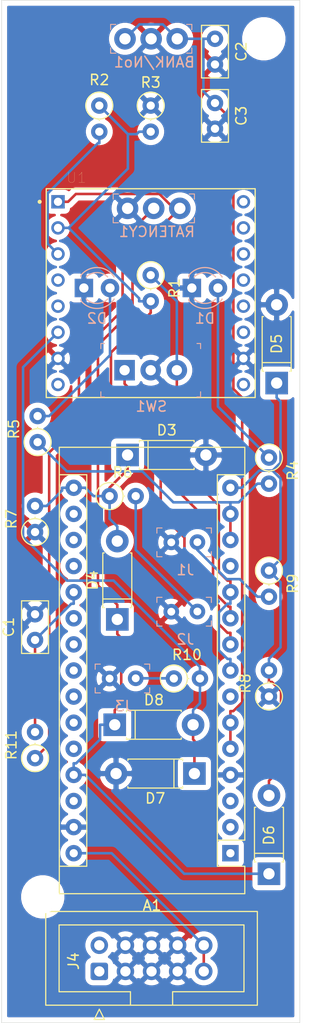
<source format=kicad_pcb>
(kicad_pcb (version 20171130) (host pcbnew "(5.1.9)-1")
  (layers (0 F.Cu signal) (31 B.Cu signal) (34 B.Paste user) (35 F.Paste user) (36 B.SilkS user) (37 F.SilkS user) (38 B.Mask user) (39 F.Mask user) (44 Edge.Cuts user))
  (net 0 "")
  (net 1 "Net-(A1-Pad20)")
  (net 2 GND)
  (net 3 "Net-(A1-Pad5)")
  (net 4 "Net-(A1-Pad30)")
  (net 5 "Net-(J4-Pad2)")
  (net 6 "Net-(J4-Pad1)")
  (net 7 "Net-(A1-Pad11)")
  (net 8 "Net-(A1-Pad9)")
  (net 9 "Net-(R2-Pad2)")
  (net 10 "Net-(D1-Pad2)")
  (net 11 "Net-(A1-Pad13)")
  (net 12 "Net-(D2-Pad2)")
  (net 13 "Net-(A1-Pad16)")
  (net 14 "Net-(J2-PadT)")
  (net 15 "Net-(A1-Pad15)")
  (net 16 "Net-(J1-PadT)")
  (net 17 "Net-(J3-PadT)")
  (net 18 "Net-(D7-Pad1)")
  (net 19 "Net-(R11-Pad1)")
  (net 20 "Net-(A1-Pad1)")
  (net 21 "Net-(A1-Pad17)")
  (net 22 "Net-(A1-Pad2)")
  (net 23 "Net-(A1-Pad18)")
  (net 24 "Net-(A1-Pad3)")
  (net 25 "Net-(A1-Pad19)")
  (net 26 "Net-(A1-Pad21)")
  (net 27 "Net-(A1-Pad22)")
  (net 28 "Net-(A1-Pad7)")
  (net 29 "Net-(A1-Pad23)")
  (net 30 "Net-(A1-Pad24)")
  (net 31 "Net-(A1-Pad25)")
  (net 32 "Net-(A1-Pad10)")
  (net 33 "Net-(A1-Pad26)")
  (net 34 5V)
  (net 35 "Net-(A1-Pad12)")
  (net 36 "Net-(A1-Pad28)")
  (net 37 "Net-(U1-Pad9)")
  (net 38 "Net-(U1-Pad8)")
  (net 39 "Net-(U1-Pad16)")
  (net 40 "Net-(U1-Pad15)")
  (net 41 "Net-(U1-Pad11)")
  (net 42 "Net-(U1-Pad14)")
  (net 43 "Net-(U1-Pad12)")
  (net 44 "Net-(U1-Pad13)")
  (net 45 "Net-(U1-Pad5)")
  (net 46 "Net-(U1-Pad4)")
  (module MountingHole:MountingHole_3.2mm_M3 (layer F.Cu) (at 100.5 39.25)
    (fp_text reference H6 hide)
    (fp_text value MountingHole hide)
    (pad 1 np_thru_hole circle (at 0 0) (size 3.2 3.2) (drill 3.2) (layers *.Cu *.Mask))
  )
  (module MountingHole:MountingHole_3.2mm_M3 (layer F.Cu) (at 79 122.75)
    (fp_text reference H7 hide)
    (fp_text value MountingHole hide)
    (pad 1 np_thru_hole circle (at 0 0) (size 3.2 3.2) (drill 3.2) (layers *.Cu *.Mask))
  )
  (module digikey-footprints:Switch_Toggle_ATE1D-2M3-10-Z (layer B.Cu) (at 89.5 71.5)
    (fp_text reference SW1 (at 0.06 3.53) (layer B.SilkS) (effects (justify mirror)))
    (fp_text value "ON OFF ON")
    (fp_line (start -4.85 -2.6) (end -4.85 -2.1) (layer B.SilkS) (width 0.1))
    (fp_line (start -4.85 -2.6) (end -4.5 -2.6) (layer B.SilkS) (width 0.1))
    (fp_line (start 4.85 -2.6) (end 4.5 -2.6) (layer B.SilkS) (width 0.1))
    (fp_line (start 4.85 -2.6) (end 4.85 -2.1) (layer B.SilkS) (width 0.1))
    (fp_line (start 4.85 2.6) (end 4.85 2.1) (layer B.SilkS) (width 0.1))
    (fp_line (start 4.85 2.6) (end 4.5 2.6) (layer B.SilkS) (width 0.1))
    (fp_line (start -4.85 2.6) (end -4.85 2.1) (layer B.SilkS) (width 0.1))
    (fp_line (start -4.85 2.6) (end -4.5 2.6) (layer B.SilkS) (width 0.1))
    (pad 3 thru_hole circle (at 2.54 0) (size 2 2) (drill 1) (layers *.Cu *.Mask) (net 7 "Net-(A1-Pad11)"))
    (pad 2 thru_hole circle (at 0 0) (size 2 2) (drill 1) (layers *.Cu *.Mask) (net 2 GND))
    (pad 1 thru_hole rect (at -2.54 0) (size 2 2) (drill 1) (layers *.Cu *.Mask) (net 32 "Net-(A1-Pad10)"))
  )
  (module Modul_DFR0299:MODULE_DFR0299 (layer F.Cu) (at 89.5 64)
    (fp_text reference U1 (at -7.225 -11.235) (layer F.SilkS) (effects (font (thickness 0.015))))
    (fp_text value DFR0299)
    (fp_line (start -10.16 10.16) (end -10.16 -10.16) (layer F.SilkS) (width 0.127))
    (fp_line (start -10.16 -10.16) (end 10.16 -10.16) (layer F.SilkS) (width 0.127))
    (fp_line (start 10.16 -10.16) (end 10.16 10.16) (layer F.SilkS) (width 0.127))
    (fp_line (start 10.16 10.16) (end -10.16 10.16) (layer F.SilkS) (width 0.127))
    (fp_circle (center -10.8 -8.89) (end -10.7 -8.89) (layer F.SilkS) (width 0.2))
    (pad 9 thru_hole circle (at 9.017 8.89) (size 1.308 1.308) (drill 0.8) (layers *.Cu *.Mask) (net 37 "Net-(U1-Pad9)"))
    (pad 8 thru_hole circle (at -9.017 8.89) (size 1.308 1.308) (drill 0.8) (layers *.Cu *.Mask) (net 38 "Net-(U1-Pad8)"))
    (pad 16 thru_hole circle (at 9.017 -8.89) (size 1.308 1.308) (drill 0.8) (layers *.Cu *.Mask) (net 39 "Net-(U1-Pad16)"))
    (pad 1 thru_hole rect (at -9.017 -8.89) (size 1.308 1.308) (drill 0.8) (layers *.Cu *.Mask) (net 34 5V))
    (pad 10 thru_hole circle (at 9.017 6.35) (size 1.308 1.308) (drill 0.8) (layers *.Cu *.Mask) (net 2 GND))
    (pad 7 thru_hole circle (at -9.017 6.35) (size 1.308 1.308) (drill 0.8) (layers *.Cu *.Mask) (net 2 GND))
    (pad 15 thru_hole circle (at 9.017 -6.35) (size 1.308 1.308) (drill 0.8) (layers *.Cu *.Mask) (net 40 "Net-(U1-Pad15)"))
    (pad 2 thru_hole circle (at -9.017 -6.35) (size 1.308 1.308) (drill 0.8) (layers *.Cu *.Mask) (net 8 "Net-(A1-Pad9)"))
    (pad 11 thru_hole circle (at 9.017 3.81) (size 1.308 1.308) (drill 0.8) (layers *.Cu *.Mask) (net 41 "Net-(U1-Pad11)"))
    (pad 14 thru_hole circle (at 9.017 -3.81) (size 1.308 1.308) (drill 0.8) (layers *.Cu *.Mask) (net 42 "Net-(U1-Pad14)"))
    (pad 3 thru_hole circle (at -9.017 -3.81) (size 1.308 1.308) (drill 0.8) (layers *.Cu *.Mask) (net 9 "Net-(R2-Pad2)"))
    (pad 6 thru_hole circle (at -9.017 3.81) (size 1.308 1.308) (drill 0.8) (layers *.Cu *.Mask) (net 18 "Net-(D7-Pad1)"))
    (pad 12 thru_hole circle (at 9.017 1.27) (size 1.308 1.308) (drill 0.8) (layers *.Cu *.Mask) (net 43 "Net-(U1-Pad12)"))
    (pad 13 thru_hole circle (at 9.017 -1.27) (size 1.308 1.308) (drill 0.8) (layers *.Cu *.Mask) (net 44 "Net-(U1-Pad13)"))
    (pad 5 thru_hole circle (at -9.017 1.27) (size 1.308 1.308) (drill 0.8) (layers *.Cu *.Mask) (net 45 "Net-(U1-Pad5)"))
    (pad 4 thru_hole circle (at -9.017 -1.27) (size 1.308 1.308) (drill 0.8) (layers *.Cu *.Mask) (net 46 "Net-(U1-Pad4)"))
  )
  (module digikey-footprints:PinHeader_1x3_P2.54_Drill1.1mm (layer B.Cu) (at 87.25 55.75)
    (fp_text reference RATENCY1 (at 2.85 2.28) (layer B.SilkS) (effects (justify mirror)))
    (fp_text value 100k)
    (fp_line (start 6.5 -1.4) (end 6.5 -0.9) (layer B.SilkS) (width 0.1))
    (fp_line (start 6.5 -1.4) (end 6 -1.4) (layer B.SilkS) (width 0.1))
    (fp_line (start -1.4 -1.4) (end -0.9 -1.4) (layer B.SilkS) (width 0.1))
    (fp_line (start -1.4 -1.4) (end -1.4 -0.9) (layer B.SilkS) (width 0.1))
    (fp_line (start -1.4 1.4) (end -1.4 0.9) (layer B.SilkS) (width 0.1))
    (fp_line (start -1.4 1.4) (end -0.9 1.4) (layer B.SilkS) (width 0.1))
    (fp_line (start 6.5 1.4) (end 6.5 0.9) (layer B.SilkS) (width 0.1))
    (fp_line (start 6.5 1.4) (end 6 1.4) (layer B.SilkS) (width 0.1))
    (pad 3 thru_hole circle (at 5.08 0) (size 2.1 2.1) (drill 1.1) (layers *.Cu *.Mask) (net 34 5V))
    (pad 2 thru_hole circle (at 2.54 0) (size 2.1 2.1) (drill 1.1) (layers *.Cu *.Mask) (net 19 "Net-(R11-Pad1)"))
    (pad 1 thru_hole circle (at 0 0) (size 2.1 2.1) (drill 1.1) (layers *.Cu *.Mask) (net 2 GND))
  )
  (module Diodes_THT:D_DO-41_SOD81_P7.62mm_Horizontal (layer F.Cu) (at 86 106)
    (fp_text reference D8 (at 3.81 -2.41) (layer F.SilkS))
    (fp_text value D_Schottky)
    (fp_line (start 1.99 -1.41) (end 1.99 1.41) (layer F.SilkS) (width 0.12))
    (fp_line (start 6.47 1.41) (end 6.47 1.28) (layer F.SilkS) (width 0.12))
    (fp_line (start 1.15 1.41) (end 6.47 1.41) (layer F.SilkS) (width 0.12))
    (fp_line (start 1.15 1.28) (end 1.15 1.41) (layer F.SilkS) (width 0.12))
    (fp_line (start 6.47 -1.41) (end 6.47 -1.28) (layer F.SilkS) (width 0.12))
    (fp_line (start 1.15 -1.41) (end 6.47 -1.41) (layer F.SilkS) (width 0.12))
    (fp_line (start 1.15 -1.28) (end 1.15 -1.41) (layer F.SilkS) (width 0.12))
    (pad 1 thru_hole rect (at 0 0) (size 2.2 2.2) (drill 1.1) (layers *.Cu *.Mask) (net 34 5V))
    (pad 2 thru_hole oval (at 7.62 0) (size 2.2 2.2) (drill 1.1) (layers *.Cu *.Mask) (net 18 "Net-(D7-Pad1)"))
  )
  (module Diodes_THT:D_DO-41_SOD81_P7.62mm_Horizontal (layer F.Cu) (at 93.75 110.75 180)
    (fp_text reference D7 (at 3.81 -2.41) (layer F.SilkS))
    (fp_text value D_Schottky)
    (fp_line (start 1.99 -1.41) (end 1.99 1.41) (layer F.SilkS) (width 0.12))
    (fp_line (start 6.47 1.41) (end 6.47 1.28) (layer F.SilkS) (width 0.12))
    (fp_line (start 1.15 1.41) (end 6.47 1.41) (layer F.SilkS) (width 0.12))
    (fp_line (start 1.15 1.28) (end 1.15 1.41) (layer F.SilkS) (width 0.12))
    (fp_line (start 6.47 -1.41) (end 6.47 -1.28) (layer F.SilkS) (width 0.12))
    (fp_line (start 1.15 -1.41) (end 6.47 -1.41) (layer F.SilkS) (width 0.12))
    (fp_line (start 1.15 -1.28) (end 1.15 -1.41) (layer F.SilkS) (width 0.12))
    (pad 1 thru_hole rect (at 0 0 180) (size 2.2 2.2) (drill 1.1) (layers *.Cu *.Mask) (net 18 "Net-(D7-Pad1)"))
    (pad 2 thru_hole oval (at 7.62 0 180) (size 2.2 2.2) (drill 1.1) (layers *.Cu *.Mask) (net 2 GND))
  )
  (module Diodes_THT:D_DO-41_SOD81_P7.62mm_Horizontal (layer F.Cu) (at 101 120.5 90)
    (fp_text reference D6 (at 3.75 0 90) (layer F.SilkS))
    (fp_text value D_Schottky)
    (fp_line (start 1.99 -1.41) (end 1.99 1.41) (layer F.SilkS) (width 0.12))
    (fp_line (start 6.47 1.41) (end 6.47 1.28) (layer F.SilkS) (width 0.12))
    (fp_line (start 1.15 1.41) (end 6.47 1.41) (layer F.SilkS) (width 0.12))
    (fp_line (start 1.15 1.28) (end 1.15 1.41) (layer F.SilkS) (width 0.12))
    (fp_line (start 6.47 -1.41) (end 6.47 -1.28) (layer F.SilkS) (width 0.12))
    (fp_line (start 1.15 -1.41) (end 6.47 -1.41) (layer F.SilkS) (width 0.12))
    (fp_line (start 1.15 -1.28) (end 1.15 -1.41) (layer F.SilkS) (width 0.12))
    (pad 1 thru_hole rect (at 0 0 90) (size 2.2 2.2) (drill 1.1) (layers *.Cu *.Mask) (net 34 5V))
    (pad 2 thru_hole oval (at 7.62 0 90) (size 2.2 2.2) (drill 1.1) (layers *.Cu *.Mask) (net 15 "Net-(A1-Pad15)"))
  )
  (module Diodes_THT:D_DO-41_SOD81_P7.62mm_Horizontal (layer F.Cu) (at 101.75 72.75 90)
    (fp_text reference D5 (at 3.81 0 90) (layer F.SilkS))
    (fp_text value D_Schottky)
    (fp_line (start 1.99 -1.41) (end 1.99 1.41) (layer F.SilkS) (width 0.12))
    (fp_line (start 6.47 1.41) (end 6.47 1.28) (layer F.SilkS) (width 0.12))
    (fp_line (start 1.15 1.41) (end 6.47 1.41) (layer F.SilkS) (width 0.12))
    (fp_line (start 1.15 1.28) (end 1.15 1.41) (layer F.SilkS) (width 0.12))
    (fp_line (start 6.47 -1.41) (end 6.47 -1.28) (layer F.SilkS) (width 0.12))
    (fp_line (start 1.15 -1.41) (end 6.47 -1.41) (layer F.SilkS) (width 0.12))
    (fp_line (start 1.15 -1.28) (end 1.15 -1.41) (layer F.SilkS) (width 0.12))
    (pad 1 thru_hole rect (at 0 0 90) (size 2.2 2.2) (drill 1.1) (layers *.Cu *.Mask) (net 15 "Net-(A1-Pad15)"))
    (pad 2 thru_hole oval (at 7.62 0 90) (size 2.2 2.2) (drill 1.1) (layers *.Cu *.Mask) (net 2 GND))
  )
  (module Diodes_THT:D_DO-41_SOD81_P7.62mm_Horizontal (layer F.Cu) (at 86.25 95.75 90)
    (fp_text reference D4 (at 3.81 -2.41 90) (layer F.SilkS))
    (fp_text value D_Schottky)
    (fp_line (start 1.99 -1.41) (end 1.99 1.41) (layer F.SilkS) (width 0.12))
    (fp_line (start 6.47 1.41) (end 6.47 1.28) (layer F.SilkS) (width 0.12))
    (fp_line (start 1.15 1.41) (end 6.47 1.41) (layer F.SilkS) (width 0.12))
    (fp_line (start 1.15 1.28) (end 1.15 1.41) (layer F.SilkS) (width 0.12))
    (fp_line (start 6.47 -1.41) (end 6.47 -1.28) (layer F.SilkS) (width 0.12))
    (fp_line (start 1.15 -1.41) (end 6.47 -1.41) (layer F.SilkS) (width 0.12))
    (fp_line (start 1.15 -1.28) (end 1.15 -1.41) (layer F.SilkS) (width 0.12))
    (pad 1 thru_hole rect (at 0 0 90) (size 2.2 2.2) (drill 1.1) (layers *.Cu *.Mask) (net 34 5V))
    (pad 2 thru_hole oval (at 7.62 0 90) (size 2.2 2.2) (drill 1.1) (layers *.Cu *.Mask) (net 13 "Net-(A1-Pad16)"))
  )
  (module Diodes_THT:D_DO-41_SOD81_P7.62mm_Horizontal (layer F.Cu) (at 87.25 79.75)
    (fp_text reference D3 (at 3.81 -2.41) (layer F.SilkS))
    (fp_text value D_Schottky)
    (fp_line (start 1.99 -1.41) (end 1.99 1.41) (layer F.SilkS) (width 0.12))
    (fp_line (start 6.47 1.41) (end 6.47 1.28) (layer F.SilkS) (width 0.12))
    (fp_line (start 1.15 1.41) (end 6.47 1.41) (layer F.SilkS) (width 0.12))
    (fp_line (start 1.15 1.28) (end 1.15 1.41) (layer F.SilkS) (width 0.12))
    (fp_line (start 6.47 -1.41) (end 6.47 -1.28) (layer F.SilkS) (width 0.12))
    (fp_line (start 1.15 -1.41) (end 6.47 -1.41) (layer F.SilkS) (width 0.12))
    (fp_line (start 1.15 -1.28) (end 1.15 -1.41) (layer F.SilkS) (width 0.12))
    (pad 1 thru_hole rect (at 0 0) (size 2.2 2.2) (drill 1.1) (layers *.Cu *.Mask) (net 13 "Net-(A1-Pad16)"))
    (pad 2 thru_hole oval (at 7.62 0) (size 2.2 2.2) (drill 1.1) (layers *.Cu *.Mask) (net 2 GND))
  )
  (module LEDs:LED_D3.0mm (layer B.Cu) (at 83 63.5)
    (fp_text reference D2 (at 1.27 2.96) (layer B.SilkS) (effects (justify mirror)))
    (fp_text value "LED NO.")
    (fp_line (start -0.29 -1.08) (end -0.29 -1.236) (layer B.SilkS) (width 0.12))
    (fp_line (start -0.29 1.236) (end -0.29 1.08) (layer B.SilkS) (width 0.12))
    (fp_arc (start 1.27 0) (end -0.29 1.235516) (angle -108.8) (layer B.SilkS) (width 0.12))
    (fp_arc (start 1.27 0) (end -0.29 -1.235516) (angle 108.8) (layer B.SilkS) (width 0.12))
    (fp_arc (start 1.27 0) (end 0.229039 1.08) (angle -87.9) (layer B.SilkS) (width 0.12))
    (fp_arc (start 1.27 0) (end 0.229039 -1.08) (angle 87.9) (layer B.SilkS) (width 0.12))
    (pad 1 thru_hole rect (at 0 0) (size 1.8 1.8) (drill 0.9) (layers *.Cu *.Mask) (net 2 GND))
    (pad 2 thru_hole circle (at 2.54 0) (size 1.8 1.8) (drill 0.9) (layers *.Cu *.Mask) (net 12 "Net-(D2-Pad2)"))
  )
  (module LEDs:LED_D3.0mm (layer B.Cu) (at 93.5 63.5)
    (fp_text reference D1 (at 1.27 2.96) (layer B.SilkS) (effects (justify mirror)))
    (fp_text value "LED BANK")
    (fp_line (start -0.29 -1.08) (end -0.29 -1.236) (layer B.SilkS) (width 0.12))
    (fp_line (start -0.29 1.236) (end -0.29 1.08) (layer B.SilkS) (width 0.12))
    (fp_arc (start 1.27 0) (end -0.29 1.235516) (angle -108.8) (layer B.SilkS) (width 0.12))
    (fp_arc (start 1.27 0) (end -0.29 -1.235516) (angle 108.8) (layer B.SilkS) (width 0.12))
    (fp_arc (start 1.27 0) (end 0.229039 1.08) (angle -87.9) (layer B.SilkS) (width 0.12))
    (fp_arc (start 1.27 0) (end 0.229039 -1.08) (angle 87.9) (layer B.SilkS) (width 0.12))
    (pad 1 thru_hole rect (at 0 0) (size 1.8 1.8) (drill 0.9) (layers *.Cu *.Mask) (net 2 GND))
    (pad 2 thru_hole circle (at 2.54 0) (size 1.8 1.8) (drill 0.9) (layers *.Cu *.Mask) (net 10 "Net-(D1-Pad2)"))
  )
  (module digikey-footprints:PinHeader_1x3_P2.54_Drill1.1mm (layer B.Cu) (at 87 39.25)
    (fp_text reference BANK/No1 (at 2.85 2.28) (layer B.SilkS) (effects (justify mirror)))
    (fp_text value Rotary_Encoder)
    (fp_line (start 6.5 -1.4) (end 6.5 -0.9) (layer B.SilkS) (width 0.1))
    (fp_line (start 6.5 -1.4) (end 6 -1.4) (layer B.SilkS) (width 0.1))
    (fp_line (start -1.4 -1.4) (end -0.9 -1.4) (layer B.SilkS) (width 0.1))
    (fp_line (start -1.4 -1.4) (end -1.4 -0.9) (layer B.SilkS) (width 0.1))
    (fp_line (start -1.4 1.4) (end -1.4 0.9) (layer B.SilkS) (width 0.1))
    (fp_line (start -1.4 1.4) (end -0.9 1.4) (layer B.SilkS) (width 0.1))
    (fp_line (start 6.5 1.4) (end 6.5 0.9) (layer B.SilkS) (width 0.1))
    (fp_line (start 6.5 1.4) (end 6 1.4) (layer B.SilkS) (width 0.1))
    (pad 3 thru_hole circle (at 5.08 0) (size 2.1 2.1) (drill 1.1) (layers *.Cu *.Mask) (net 3 "Net-(A1-Pad5)"))
    (pad 2 thru_hole circle (at 2.54 0) (size 2.1 2.1) (drill 1.1) (layers *.Cu *.Mask) (net 2 GND))
    (pad 1 thru_hole circle (at 0 0) (size 2.1 2.1) (drill 1.1) (layers *.Cu *.Mask) (net 3 "Net-(A1-Pad5)"))
  )
  (module Modules:Arduino_Nano (layer F.Cu) (at 97.25 118.5 180)
    (fp_text reference A1 (at 7.62 -5.08) (layer F.SilkS))
    (fp_text value Arduino_Nano_v3.x)
    (fp_line (start 16.64 -3.94) (end -1.4 -3.94) (layer F.SilkS) (width 0.12))
    (fp_line (start 16.64 39.5) (end 16.64 -3.94) (layer F.SilkS) (width 0.12))
    (fp_line (start -1.4 39.5) (end 16.64 39.5) (layer F.SilkS) (width 0.12))
    (fp_line (start 1.27 36.83) (end -1.4 36.83) (layer F.SilkS) (width 0.12))
    (fp_line (start 1.27 1.27) (end 1.27 36.83) (layer F.SilkS) (width 0.12))
    (fp_line (start 1.27 1.27) (end -1.4 1.27) (layer F.SilkS) (width 0.12))
    (fp_line (start 13.97 36.83) (end 16.64 36.83) (layer F.SilkS) (width 0.12))
    (fp_line (start 13.97 -1.27) (end 13.97 36.83) (layer F.SilkS) (width 0.12))
    (fp_line (start 13.97 -1.27) (end 16.64 -1.27) (layer F.SilkS) (width 0.12))
    (fp_line (start -1.4 -3.94) (end -1.4 -1.27) (layer F.SilkS) (width 0.12))
    (fp_line (start -1.4 1.27) (end -1.4 39.5) (layer F.SilkS) (width 0.12))
    (fp_line (start 1.27 -1.27) (end -1.4 -1.27) (layer F.SilkS) (width 0.12))
    (fp_line (start 1.27 1.27) (end 1.27 -1.27) (layer F.SilkS) (width 0.12))
    (pad 1 thru_hole rect (at 0 0 180) (size 1.6 1.6) (drill 0.8) (layers *.Cu *.Mask) (net 20 "Net-(A1-Pad1)"))
    (pad 17 thru_hole oval (at 15.24 33.02 180) (size 1.6 1.6) (drill 0.8) (layers *.Cu *.Mask) (net 21 "Net-(A1-Pad17)"))
    (pad 2 thru_hole oval (at 0 2.54 180) (size 1.6 1.6) (drill 0.8) (layers *.Cu *.Mask) (net 22 "Net-(A1-Pad2)"))
    (pad 18 thru_hole oval (at 15.24 30.48 180) (size 1.6 1.6) (drill 0.8) (layers *.Cu *.Mask) (net 23 "Net-(A1-Pad18)"))
    (pad 3 thru_hole oval (at 0 5.08 180) (size 1.6 1.6) (drill 0.8) (layers *.Cu *.Mask) (net 24 "Net-(A1-Pad3)"))
    (pad 19 thru_hole oval (at 15.24 27.94 180) (size 1.6 1.6) (drill 0.8) (layers *.Cu *.Mask) (net 25 "Net-(A1-Pad19)"))
    (pad 4 thru_hole oval (at 0 7.62 180) (size 1.6 1.6) (drill 0.8) (layers *.Cu *.Mask) (net 2 GND))
    (pad 20 thru_hole oval (at 15.24 25.4 180) (size 1.6 1.6) (drill 0.8) (layers *.Cu *.Mask) (net 1 "Net-(A1-Pad20)"))
    (pad 5 thru_hole oval (at 0 10.16 180) (size 1.6 1.6) (drill 0.8) (layers *.Cu *.Mask) (net 3 "Net-(A1-Pad5)"))
    (pad 21 thru_hole oval (at 15.24 22.86 180) (size 1.6 1.6) (drill 0.8) (layers *.Cu *.Mask) (net 26 "Net-(A1-Pad21)"))
    (pad 6 thru_hole oval (at 0 12.7 180) (size 1.6 1.6) (drill 0.8) (layers *.Cu *.Mask) (net 3 "Net-(A1-Pad5)"))
    (pad 22 thru_hole oval (at 15.24 20.32 180) (size 1.6 1.6) (drill 0.8) (layers *.Cu *.Mask) (net 27 "Net-(A1-Pad22)"))
    (pad 7 thru_hole oval (at 0 15.24 180) (size 1.6 1.6) (drill 0.8) (layers *.Cu *.Mask) (net 28 "Net-(A1-Pad7)"))
    (pad 23 thru_hole oval (at 15.24 17.78 180) (size 1.6 1.6) (drill 0.8) (layers *.Cu *.Mask) (net 29 "Net-(A1-Pad23)"))
    (pad 8 thru_hole oval (at 0 17.78 180) (size 1.6 1.6) (drill 0.8) (layers *.Cu *.Mask) (net 7 "Net-(A1-Pad11)"))
    (pad 24 thru_hole oval (at 15.24 15.24 180) (size 1.6 1.6) (drill 0.8) (layers *.Cu *.Mask) (net 30 "Net-(A1-Pad24)"))
    (pad 9 thru_hole oval (at 0 20.32 180) (size 1.6 1.6) (drill 0.8) (layers *.Cu *.Mask) (net 8 "Net-(A1-Pad9)"))
    (pad 25 thru_hole oval (at 15.24 12.7 180) (size 1.6 1.6) (drill 0.8) (layers *.Cu *.Mask) (net 31 "Net-(A1-Pad25)"))
    (pad 10 thru_hole oval (at 0 22.86 180) (size 1.6 1.6) (drill 0.8) (layers *.Cu *.Mask) (net 32 "Net-(A1-Pad10)"))
    (pad 26 thru_hole oval (at 15.24 10.16 180) (size 1.6 1.6) (drill 0.8) (layers *.Cu *.Mask) (net 33 "Net-(A1-Pad26)"))
    (pad 11 thru_hole oval (at 0 25.4 180) (size 1.6 1.6) (drill 0.8) (layers *.Cu *.Mask) (net 7 "Net-(A1-Pad11)"))
    (pad 27 thru_hole oval (at 15.24 7.62 180) (size 1.6 1.6) (drill 0.8) (layers *.Cu *.Mask) (net 34 5V))
    (pad 12 thru_hole oval (at 0 27.94 180) (size 1.6 1.6) (drill 0.8) (layers *.Cu *.Mask) (net 35 "Net-(A1-Pad12)"))
    (pad 28 thru_hole oval (at 15.24 5.08 180) (size 1.6 1.6) (drill 0.8) (layers *.Cu *.Mask) (net 36 "Net-(A1-Pad28)"))
    (pad 13 thru_hole oval (at 0 30.48 180) (size 1.6 1.6) (drill 0.8) (layers *.Cu *.Mask) (net 11 "Net-(A1-Pad13)"))
    (pad 29 thru_hole oval (at 15.24 2.54 180) (size 1.6 1.6) (drill 0.8) (layers *.Cu *.Mask) (net 2 GND))
    (pad 14 thru_hole oval (at 0 33.02 180) (size 1.6 1.6) (drill 0.8) (layers *.Cu *.Mask) (net 11 "Net-(A1-Pad13)"))
    (pad 30 thru_hole oval (at 15.24 0 180) (size 1.6 1.6) (drill 0.8) (layers *.Cu *.Mask) (net 4 "Net-(A1-Pad30)"))
    (pad 15 thru_hole oval (at 0 35.56 180) (size 1.6 1.6) (drill 0.8) (layers *.Cu *.Mask) (net 15 "Net-(A1-Pad15)"))
    (pad 16 thru_hole oval (at 15.24 35.56 180) (size 1.6 1.6) (drill 0.8) (layers *.Cu *.Mask) (net 13 "Net-(A1-Pad16)"))
  )
  (module Resistors_THT:R_Axial_DIN0207_L6.3mm_D2.5mm_P2.54mm_Vertical (layer F.Cu) (at 78.25 109.25 90)
    (fp_text reference R11 (at 1.27 -2.31 90) (layer F.SilkS))
    (fp_text value 1k)
    (fp_line (start 1.31 0) (end 1.44 0) (layer F.SilkS) (width 0.12))
    (fp_circle (center 0 0) (end 1.31 0) (layer F.SilkS) (width 0.12))
    (pad 1 thru_hole circle (at 0 0 90) (size 1.6 1.6) (drill 0.8) (layers *.Cu *.Mask) (net 19 "Net-(R11-Pad1)"))
    (pad 2 thru_hole oval (at 2.54 0 90) (size 1.6 1.6) (drill 0.8) (layers *.Cu *.Mask) (net 1 "Net-(A1-Pad20)"))
  )
  (module Resistors_THT:R_Axial_DIN0207_L6.3mm_D2.5mm_P2.54mm_Vertical (layer F.Cu) (at 91.75 101.5)
    (fp_text reference R10 (at 1.27 -2.31) (layer F.SilkS))
    (fp_text value 550R)
    (fp_line (start 1.31 0) (end 1.44 0) (layer F.SilkS) (width 0.12))
    (fp_circle (center 0 0) (end 1.31 0) (layer F.SilkS) (width 0.12))
    (pad 1 thru_hole circle (at 0 0) (size 1.6 1.6) (drill 0.8) (layers *.Cu *.Mask) (net 17 "Net-(J3-PadT)"))
    (pad 2 thru_hole oval (at 2.54 0) (size 1.6 1.6) (drill 0.8) (layers *.Cu *.Mask) (net 18 "Net-(D7-Pad1)"))
  )
  (module Resistors_THT:R_Axial_DIN0207_L6.3mm_D2.5mm_P2.54mm_Vertical (layer F.Cu) (at 101 91 270)
    (fp_text reference R9 (at 1.27 -2.31 90) (layer F.SilkS))
    (fp_text value 1k)
    (fp_line (start 1.31 0) (end 1.44 0) (layer F.SilkS) (width 0.12))
    (fp_circle (center 0 0) (end 1.31 0) (layer F.SilkS) (width 0.12))
    (pad 1 thru_hole circle (at 0 0 270) (size 1.6 1.6) (drill 0.8) (layers *.Cu *.Mask) (net 15 "Net-(A1-Pad15)"))
    (pad 2 thru_hole oval (at 2.54 0 270) (size 1.6 1.6) (drill 0.8) (layers *.Cu *.Mask) (net 16 "Net-(J1-PadT)"))
  )
  (module Resistors_THT:R_Axial_DIN0207_L6.3mm_D2.5mm_P2.54mm_Vertical (layer F.Cu) (at 101 103.25 90)
    (fp_text reference R8 (at 1.27 -2.31 90) (layer F.SilkS))
    (fp_text value 1k)
    (fp_line (start 1.31 0) (end 1.44 0) (layer F.SilkS) (width 0.12))
    (fp_circle (center 0 0) (end 1.31 0) (layer F.SilkS) (width 0.12))
    (pad 1 thru_hole circle (at 0 0 90) (size 1.6 1.6) (drill 0.8) (layers *.Cu *.Mask) (net 2 GND))
    (pad 2 thru_hole oval (at 2.54 0 90) (size 1.6 1.6) (drill 0.8) (layers *.Cu *.Mask) (net 15 "Net-(A1-Pad15)"))
  )
  (module Resistors_THT:R_Axial_DIN0207_L6.3mm_D2.5mm_P2.54mm_Vertical (layer F.Cu) (at 78.25 87.25 90)
    (fp_text reference R7 (at 1.27 -2.31 90) (layer F.SilkS))
    (fp_text value 1k)
    (fp_line (start 1.31 0) (end 1.44 0) (layer F.SilkS) (width 0.12))
    (fp_circle (center 0 0) (end 1.31 0) (layer F.SilkS) (width 0.12))
    (pad 1 thru_hole circle (at 0 0 90) (size 1.6 1.6) (drill 0.8) (layers *.Cu *.Mask) (net 2 GND))
    (pad 2 thru_hole oval (at 2.54 0 90) (size 1.6 1.6) (drill 0.8) (layers *.Cu *.Mask) (net 13 "Net-(A1-Pad16)"))
  )
  (module Resistors_THT:R_Axial_DIN0207_L6.3mm_D2.5mm_P2.54mm_Vertical (layer F.Cu) (at 85.5 83.75)
    (fp_text reference R6 (at 1.27 -2.31) (layer F.SilkS))
    (fp_text value 1k)
    (fp_line (start 1.31 0) (end 1.44 0) (layer F.SilkS) (width 0.12))
    (fp_circle (center 0 0) (end 1.31 0) (layer F.SilkS) (width 0.12))
    (pad 1 thru_hole circle (at 0 0) (size 1.6 1.6) (drill 0.8) (layers *.Cu *.Mask) (net 13 "Net-(A1-Pad16)"))
    (pad 2 thru_hole oval (at 2.54 0) (size 1.6 1.6) (drill 0.8) (layers *.Cu *.Mask) (net 14 "Net-(J2-PadT)"))
  )
  (module Resistors_THT:R_Axial_DIN0207_L6.3mm_D2.5mm_P2.54mm_Vertical (layer F.Cu) (at 78.5 78.5 90)
    (fp_text reference R5 (at 1.27 -2.31 90) (layer F.SilkS))
    (fp_text value 3.3k)
    (fp_line (start 1.31 0) (end 1.44 0) (layer F.SilkS) (width 0.12))
    (fp_circle (center 0 0) (end 1.31 0) (layer F.SilkS) (width 0.12))
    (pad 1 thru_hole circle (at 0 0 90) (size 1.6 1.6) (drill 0.8) (layers *.Cu *.Mask) (net 11 "Net-(A1-Pad13)"))
    (pad 2 thru_hole oval (at 2.54 0 90) (size 1.6 1.6) (drill 0.8) (layers *.Cu *.Mask) (net 12 "Net-(D2-Pad2)"))
  )
  (module Resistors_THT:R_Axial_DIN0207_L6.3mm_D2.5mm_P2.54mm_Vertical (layer F.Cu) (at 101 80 270)
    (fp_text reference R4 (at 1.27 -2.31 90) (layer F.SilkS))
    (fp_text value 3.3k)
    (fp_line (start 1.31 0) (end 1.44 0) (layer F.SilkS) (width 0.12))
    (fp_circle (center 0 0) (end 1.31 0) (layer F.SilkS) (width 0.12))
    (pad 1 thru_hole circle (at 0 0 270) (size 1.6 1.6) (drill 0.8) (layers *.Cu *.Mask) (net 10 "Net-(D1-Pad2)"))
    (pad 2 thru_hole oval (at 2.54 0 270) (size 1.6 1.6) (drill 0.8) (layers *.Cu *.Mask) (net 11 "Net-(A1-Pad13)"))
  )
  (module Resistors_THT:R_Axial_DIN0207_L6.3mm_D2.5mm_P2.54mm_Vertical (layer F.Cu) (at 89.5 45.75 270)
    (fp_text reference R3 (at -2.25 0 180) (layer F.SilkS))
    (fp_text value 2.2k)
    (fp_line (start 1.31 0) (end 1.44 0) (layer F.SilkS) (width 0.12))
    (fp_circle (center 0 0) (end 1.31 0) (layer F.SilkS) (width 0.12))
    (pad 1 thru_hole circle (at 0 0 270) (size 1.6 1.6) (drill 0.8) (layers *.Cu *.Mask) (net 2 GND))
    (pad 2 thru_hole oval (at 2.54 0 270) (size 1.6 1.6) (drill 0.8) (layers *.Cu *.Mask) (net 8 "Net-(A1-Pad9)"))
  )
  (module Resistors_THT:R_Axial_DIN0207_L6.3mm_D2.5mm_P2.54mm_Vertical (layer F.Cu) (at 84.5 45.75 270)
    (fp_text reference R2 (at -2.5 0 180) (layer F.SilkS))
    (fp_text value 1k)
    (fp_line (start 1.31 0) (end 1.44 0) (layer F.SilkS) (width 0.12))
    (fp_circle (center 0 0) (end 1.31 0) (layer F.SilkS) (width 0.12))
    (pad 1 thru_hole circle (at 0 0 270) (size 1.6 1.6) (drill 0.8) (layers *.Cu *.Mask) (net 8 "Net-(A1-Pad9)"))
    (pad 2 thru_hole oval (at 2.54 0 270) (size 1.6 1.6) (drill 0.8) (layers *.Cu *.Mask) (net 9 "Net-(R2-Pad2)"))
  )
  (module Resistors_THT:R_Axial_DIN0207_L6.3mm_D2.5mm_P2.54mm_Vertical (layer F.Cu) (at 89.5 62.25 270)
    (fp_text reference R1 (at 1.27 -2.31 90) (layer F.SilkS))
    (fp_text value 1k)
    (fp_line (start 1.31 0) (end 1.44 0) (layer F.SilkS) (width 0.12))
    (fp_circle (center 0 0) (end 1.31 0) (layer F.SilkS) (width 0.12))
    (pad 1 thru_hole circle (at 0 0 270) (size 1.6 1.6) (drill 0.8) (layers *.Cu *.Mask) (net 7 "Net-(A1-Pad11)"))
    (pad 2 thru_hole oval (at 2.54 0 270) (size 1.6 1.6) (drill 0.8) (layers *.Cu *.Mask) (net 8 "Net-(A1-Pad9)"))
  )
  (module Connector_IDC:IDC-Header_2x05_P2.54mm_Vertical (layer F.Cu) (at 84.5 130 90)
    (fp_text reference J4 (at 1 -2.5 90) (layer F.SilkS))
    (fp_text value POWER)
    (fp_line (start -3.29 -5.21) (end 5.83 -5.21) (layer F.SilkS) (width 0.12))
    (fp_line (start 5.83 -5.21) (end 5.83 15.37) (layer F.SilkS) (width 0.12))
    (fp_line (start 5.83 15.37) (end -3.29 15.37) (layer F.SilkS) (width 0.12))
    (fp_line (start -3.29 15.37) (end -3.29 -5.21) (layer F.SilkS) (width 0.12))
    (fp_line (start -3.29 3.03) (end -1.98 3.03) (layer F.SilkS) (width 0.12))
    (fp_line (start -1.98 3.03) (end -1.98 -3.91) (layer F.SilkS) (width 0.12))
    (fp_line (start -1.98 -3.91) (end 4.52 -3.91) (layer F.SilkS) (width 0.12))
    (fp_line (start 4.52 -3.91) (end 4.52 14.07) (layer F.SilkS) (width 0.12))
    (fp_line (start 4.52 14.07) (end -1.98 14.07) (layer F.SilkS) (width 0.12))
    (fp_line (start -1.98 14.07) (end -1.98 7.13) (layer F.SilkS) (width 0.12))
    (fp_line (start -1.98 7.13) (end -1.98 7.13) (layer F.SilkS) (width 0.12))
    (fp_line (start -1.98 7.13) (end -3.29 7.13) (layer F.SilkS) (width 0.12))
    (fp_line (start -3.68 0) (end -4.68 -0.5) (layer F.SilkS) (width 0.12))
    (fp_line (start -4.68 -0.5) (end -4.68 0.5) (layer F.SilkS) (width 0.12))
    (fp_line (start -4.68 0.5) (end -3.68 0) (layer F.SilkS) (width 0.12))
    (pad 10 thru_hole circle (at 2.54 10.16 90) (size 1.7 1.7) (drill 1) (layers *.Cu *.Mask) (net 4 "Net-(A1-Pad30)"))
    (pad 8 thru_hole circle (at 2.54 7.62 90) (size 1.7 1.7) (drill 1) (layers *.Cu *.Mask) (net 2 GND))
    (pad 6 thru_hole circle (at 2.54 5.08 90) (size 1.7 1.7) (drill 1) (layers *.Cu *.Mask) (net 2 GND))
    (pad 4 thru_hole circle (at 2.54 2.54 90) (size 1.7 1.7) (drill 1) (layers *.Cu *.Mask) (net 2 GND))
    (pad 2 thru_hole circle (at 2.54 0 90) (size 1.7 1.7) (drill 1) (layers *.Cu *.Mask) (net 5 "Net-(J4-Pad2)"))
    (pad 9 thru_hole circle (at 0 10.16 90) (size 1.7 1.7) (drill 1) (layers *.Cu *.Mask) (net 4 "Net-(A1-Pad30)"))
    (pad 7 thru_hole circle (at 0 7.62 90) (size 1.7 1.7) (drill 1) (layers *.Cu *.Mask) (net 2 GND))
    (pad 5 thru_hole circle (at 0 5.08 90) (size 1.7 1.7) (drill 1) (layers *.Cu *.Mask) (net 2 GND))
    (pad 3 thru_hole circle (at 0 2.54 90) (size 1.7 1.7) (drill 1) (layers *.Cu *.Mask) (net 2 GND))
    (pad 1 thru_hole roundrect (at 0 0 90) (size 1.7 1.7) (drill 1) (layers *.Cu *.Mask) (roundrect_rratio 0.147059) (net 6 "Net-(J4-Pad1)"))
  )
  (module digikey-footprints:PinHeader_1x2_P2.54mm (layer B.Cu) (at 85.5 101.5)
    (fp_text reference J3 (at 1.37 2.69) (layer B.SilkS) (effects (justify mirror)))
    (fp_text value OUT)
    (fp_line (start 3.9 -1.4) (end 3.9 -0.9) (layer B.SilkS) (width 0.1))
    (fp_line (start 3.9 -1.4) (end 3.4 -1.4) (layer B.SilkS) (width 0.1))
    (fp_line (start -1.4 -1.4) (end -1.4 -0.9) (layer B.SilkS) (width 0.1))
    (fp_line (start -1.4 -1.4) (end -0.9 -1.4) (layer B.SilkS) (width 0.1))
    (fp_line (start -1.4 1.4) (end -1.4 0.9) (layer B.SilkS) (width 0.1))
    (fp_line (start -1.4 1.4) (end -0.9 1.4) (layer B.SilkS) (width 0.1))
    (fp_line (start 3.9 1.4) (end 3.9 0.9) (layer B.SilkS) (width 0.1))
    (fp_line (start 3.9 1.4) (end 3.4 1.4) (layer B.SilkS) (width 0.1))
    (pad 2 thru_hole circle (at 2.54 -0.02) (size 1.524 1.524) (drill 0.762) (layers *.Cu *.Mask) (net 17 "Net-(J3-PadT)"))
    (pad 1 thru_hole circle (at 0 0) (size 1.524 1.524) (drill 0.762) (layers *.Cu *.Mask) (net 2 GND))
  )
  (module digikey-footprints:PinHeader_1x2_P2.54mm (layer B.Cu) (at 91.5 95)
    (fp_text reference J2 (at 1.37 2.69) (layer B.SilkS) (effects (justify mirror)))
    (fp_text value TRIG2)
    (fp_line (start 3.9 -1.4) (end 3.9 -0.9) (layer B.SilkS) (width 0.1))
    (fp_line (start 3.9 -1.4) (end 3.4 -1.4) (layer B.SilkS) (width 0.1))
    (fp_line (start -1.4 -1.4) (end -1.4 -0.9) (layer B.SilkS) (width 0.1))
    (fp_line (start -1.4 -1.4) (end -0.9 -1.4) (layer B.SilkS) (width 0.1))
    (fp_line (start -1.4 1.4) (end -1.4 0.9) (layer B.SilkS) (width 0.1))
    (fp_line (start -1.4 1.4) (end -0.9 1.4) (layer B.SilkS) (width 0.1))
    (fp_line (start 3.9 1.4) (end 3.9 0.9) (layer B.SilkS) (width 0.1))
    (fp_line (start 3.9 1.4) (end 3.4 1.4) (layer B.SilkS) (width 0.1))
    (pad 2 thru_hole circle (at 2.54 -0.02) (size 1.524 1.524) (drill 0.762) (layers *.Cu *.Mask) (net 14 "Net-(J2-PadT)"))
    (pad 1 thru_hole circle (at 0 0) (size 1.524 1.524) (drill 0.762) (layers *.Cu *.Mask) (net 2 GND))
  )
  (module digikey-footprints:PinHeader_1x2_P2.54mm (layer B.Cu) (at 91.5 88.25)
    (fp_text reference J1 (at 1.37 2.69) (layer B.SilkS) (effects (justify mirror)))
    (fp_text value TRIG1)
    (fp_line (start 3.9 -1.4) (end 3.9 -0.9) (layer B.SilkS) (width 0.1))
    (fp_line (start 3.9 -1.4) (end 3.4 -1.4) (layer B.SilkS) (width 0.1))
    (fp_line (start -1.4 -1.4) (end -1.4 -0.9) (layer B.SilkS) (width 0.1))
    (fp_line (start -1.4 -1.4) (end -0.9 -1.4) (layer B.SilkS) (width 0.1))
    (fp_line (start -1.4 1.4) (end -1.4 0.9) (layer B.SilkS) (width 0.1))
    (fp_line (start -1.4 1.4) (end -0.9 1.4) (layer B.SilkS) (width 0.1))
    (fp_line (start 3.9 1.4) (end 3.9 0.9) (layer B.SilkS) (width 0.1))
    (fp_line (start 3.9 1.4) (end 3.4 1.4) (layer B.SilkS) (width 0.1))
    (pad 2 thru_hole circle (at 2.54 -0.02) (size 1.524 1.524) (drill 0.762) (layers *.Cu *.Mask) (net 16 "Net-(J1-PadT)"))
    (pad 1 thru_hole circle (at 0 0) (size 1.524 1.524) (drill 0.762) (layers *.Cu *.Mask) (net 2 GND))
  )
  (module Capacitors_THT:C_Disc_D5.0mm_W2.5mm_P2.50mm (layer F.Cu) (at 95.75 45.5 270)
    (fp_text reference C3 (at 1.25 -2.56 90) (layer F.SilkS))
    (fp_text value 0.01uF)
    (fp_line (start 3.81 -1.31) (end 3.81 1.31) (layer F.SilkS) (width 0.12))
    (fp_line (start -1.31 -1.31) (end -1.31 1.31) (layer F.SilkS) (width 0.12))
    (fp_line (start -1.31 1.31) (end 3.81 1.31) (layer F.SilkS) (width 0.12))
    (fp_line (start -1.31 -1.31) (end 3.81 -1.31) (layer F.SilkS) (width 0.12))
    (pad 1 thru_hole circle (at 0 0 270) (size 1.6 1.6) (drill 0.8) (layers *.Cu *.Mask) (net 3 "Net-(A1-Pad5)"))
    (pad 2 thru_hole circle (at 2.5 0 270) (size 1.6 1.6) (drill 0.8) (layers *.Cu *.Mask) (net 2 GND))
  )
  (module Capacitors_THT:C_Disc_D5.0mm_W2.5mm_P2.50mm (layer F.Cu) (at 95.75 39.25 270)
    (fp_text reference C2 (at 1.25 -2.56 90) (layer F.SilkS))
    (fp_text value 0.01uF)
    (fp_line (start 3.81 -1.31) (end 3.81 1.31) (layer F.SilkS) (width 0.12))
    (fp_line (start -1.31 -1.31) (end -1.31 1.31) (layer F.SilkS) (width 0.12))
    (fp_line (start -1.31 1.31) (end 3.81 1.31) (layer F.SilkS) (width 0.12))
    (fp_line (start -1.31 -1.31) (end 3.81 -1.31) (layer F.SilkS) (width 0.12))
    (pad 1 thru_hole circle (at 0 0 270) (size 1.6 1.6) (drill 0.8) (layers *.Cu *.Mask) (net 3 "Net-(A1-Pad5)"))
    (pad 2 thru_hole circle (at 2.5 0 270) (size 1.6 1.6) (drill 0.8) (layers *.Cu *.Mask) (net 2 GND))
  )
  (module Capacitors_THT:C_Disc_D5.0mm_W2.5mm_P2.50mm (layer F.Cu) (at 78.25 97.75 90)
    (fp_text reference C1 (at 1.25 -2.56 90) (layer F.SilkS))
    (fp_text value 0.1uF)
    (fp_line (start 3.81 -1.31) (end 3.81 1.31) (layer F.SilkS) (width 0.12))
    (fp_line (start -1.31 -1.31) (end -1.31 1.31) (layer F.SilkS) (width 0.12))
    (fp_line (start -1.31 1.31) (end 3.81 1.31) (layer F.SilkS) (width 0.12))
    (fp_line (start -1.31 -1.31) (end 3.81 -1.31) (layer F.SilkS) (width 0.12))
    (pad 1 thru_hole circle (at 0 0 90) (size 1.6 1.6) (drill 0.8) (layers *.Cu *.Mask) (net 1 "Net-(A1-Pad20)"))
    (pad 2 thru_hole circle (at 2.5 0 90) (size 1.6 1.6) (drill 0.8) (layers *.Cu *.Mask) (net 2 GND))
  )
  (gr_line (start 104 35.5) (end 104 135) (layer Edge.Cuts) (width 0.05))
  (gr_line (start 75 135) (end 104 135) (layer Edge.Cuts) (width 0.05))
  (gr_line (start 75 35.5) (end 104 35.5) (layer Edge.Cuts) (width 0.05))
  (gr_line (start 75 35.5) (end 75 135) (layer Edge.Cuts) (width 0.05))
  (segment (start 82.01 93.1) (end 82.01 94.2253) (width 0.25) (layer B.Cu) (net 1))
  (segment (start 78.25 97.75) (end 81.7747 94.2253) (width 0.25) (layer B.Cu) (net 1))
  (segment (start 81.7747 94.2253) (end 82.01 94.2253) (width 0.25) (layer B.Cu) (net 1))
  (segment (start 78.25 106.71) (end 78.25 97.75) (width 0.25) (layer F.Cu) (net 1))
  (segment (start 94.6246 39.25) (end 92.08 39.25) (width 0.25) (layer B.Cu) (net 3))
  (segment (start 95.75 39.25) (end 94.6246 39.25) (width 0.25) (layer B.Cu) (net 3))
  (segment (start 95.75 45.5) (end 94.6246 44.3746) (width 0.25) (layer B.Cu) (net 3))
  (segment (start 94.6246 44.3746) (end 94.6246 39.25) (width 0.25) (layer B.Cu) (net 3))
  (segment (start 92.08 39.25) (end 90.6769 37.8469) (width 0.25) (layer B.Cu) (net 3))
  (segment (start 90.6769 37.8469) (end 88.4031 37.8469) (width 0.25) (layer B.Cu) (net 3))
  (segment (start 88.4031 37.8469) (end 87 39.25) (width 0.25) (layer B.Cu) (net 3))
  (segment (start 97.25 105.8) (end 97.25 104.6747) (width 0.25) (layer F.Cu) (net 3))
  (segment (start 97.25 104.6747) (end 97.5313 104.6747) (width 0.25) (layer F.Cu) (net 3))
  (segment (start 97.5313 104.6747) (end 98.3967 103.8093) (width 0.25) (layer F.Cu) (net 3))
  (segment (start 98.3967 103.8093) (end 98.3967 74.1751) (width 0.25) (layer F.Cu) (net 3))
  (segment (start 98.3967 74.1751) (end 97.5377 73.3161) (width 0.25) (layer F.Cu) (net 3))
  (segment (start 97.5377 73.3161) (end 97.5377 47.2877) (width 0.25) (layer F.Cu) (net 3))
  (segment (start 97.5377 47.2877) (end 95.75 45.5) (width 0.25) (layer F.Cu) (net 3))
  (segment (start 97.25 108.34) (end 97.25 105.8) (width 0.25) (layer F.Cu) (net 3))
  (segment (start 94.66 127.46) (end 85.7 118.5) (width 0.25) (layer B.Cu) (net 4))
  (segment (start 85.7 118.5) (end 82.01 118.5) (width 0.25) (layer B.Cu) (net 4))
  (segment (start 94.66 130) (end 94.66 127.46) (width 0.25) (layer F.Cu) (net 4))
  (segment (start 97.25 93.1) (end 97.25 91.9747) (width 0.25) (layer F.Cu) (net 7))
  (segment (start 92.04 71.5) (end 92.04 80.5731) (width 0.25) (layer F.Cu) (net 7))
  (segment (start 92.04 80.5731) (end 96.1247 84.6578) (width 0.25) (layer F.Cu) (net 7))
  (segment (start 96.1247 84.6578) (end 96.1247 91.1308) (width 0.25) (layer F.Cu) (net 7))
  (segment (start 96.1247 91.1308) (end 96.9686 91.9747) (width 0.25) (layer F.Cu) (net 7))
  (segment (start 96.9686 91.9747) (end 97.25 91.9747) (width 0.25) (layer F.Cu) (net 7))
  (segment (start 97.25 100.72) (end 97.25 99.5947) (width 0.25) (layer B.Cu) (net 7))
  (segment (start 97.25 93.1) (end 97.25 94.2253) (width 0.25) (layer B.Cu) (net 7))
  (segment (start 97.25 94.2253) (end 96.9687 94.2253) (width 0.25) (layer B.Cu) (net 7))
  (segment (start 96.9687 94.2253) (end 96.1247 95.0693) (width 0.25) (layer B.Cu) (net 7))
  (segment (start 96.1247 95.0693) (end 96.1247 98.7508) (width 0.25) (layer B.Cu) (net 7))
  (segment (start 96.1247 98.7508) (end 96.9686 99.5947) (width 0.25) (layer B.Cu) (net 7))
  (segment (start 96.9686 99.5947) (end 97.25 99.5947) (width 0.25) (layer B.Cu) (net 7))
  (segment (start 89.5 62.25) (end 92.04 64.79) (width 0.25) (layer B.Cu) (net 7))
  (segment (start 92.04 64.79) (end 92.04 71.5) (width 0.25) (layer B.Cu) (net 7))
  (segment (start 97.25 98.18) (end 97.25 97.0547) (width 0.25) (layer F.Cu) (net 8))
  (segment (start 89.5 64.79) (end 89.5 65.9153) (width 0.25) (layer F.Cu) (net 8))
  (segment (start 89.5 65.9153) (end 85.6346 69.7807) (width 0.25) (layer F.Cu) (net 8))
  (segment (start 85.6346 69.7807) (end 85.6346 73.551) (width 0.25) (layer F.Cu) (net 8))
  (segment (start 85.6346 73.551) (end 90.4713 78.3877) (width 0.25) (layer F.Cu) (net 8))
  (segment (start 90.4713 78.3877) (end 90.4713 85.4771) (width 0.25) (layer F.Cu) (net 8))
  (segment (start 90.4713 85.4771) (end 92.78 87.7858) (width 0.25) (layer F.Cu) (net 8))
  (segment (start 92.78 87.7858) (end 92.78 91.0887) (width 0.25) (layer F.Cu) (net 8))
  (segment (start 92.78 91.0887) (end 96.1247 94.4334) (width 0.25) (layer F.Cu) (net 8))
  (segment (start 96.1247 94.4334) (end 96.1247 96.2108) (width 0.25) (layer F.Cu) (net 8))
  (segment (start 96.1247 96.2108) (end 96.9686 97.0547) (width 0.25) (layer F.Cu) (net 8))
  (segment (start 96.9686 97.0547) (end 97.25 97.0547) (width 0.25) (layer F.Cu) (net 8))
  (segment (start 89.5 48.29) (end 88.3747 48.29) (width 0.25) (layer B.Cu) (net 8))
  (segment (start 87.2787 48.5287) (end 88.136 48.5287) (width 0.25) (layer B.Cu) (net 8))
  (segment (start 88.136 48.5287) (end 88.3747 48.29) (width 0.25) (layer B.Cu) (net 8))
  (segment (start 84.5 45.75) (end 87.2787 48.5287) (width 0.25) (layer B.Cu) (net 8))
  (segment (start 81.516 57.65) (end 87.2787 51.8873) (width 0.25) (layer B.Cu) (net 8))
  (segment (start 87.2787 51.8873) (end 87.2787 48.5287) (width 0.25) (layer B.Cu) (net 8))
  (segment (start 81.516 57.65) (end 80.483 57.65) (width 0.25) (layer B.Cu) (net 8))
  (segment (start 88.3747 64.79) (end 88.3747 64.5087) (width 0.25) (layer B.Cu) (net 8))
  (segment (start 88.3747 64.5087) (end 81.516 57.65) (width 0.25) (layer B.Cu) (net 8))
  (segment (start 89.5 64.79) (end 88.3747 64.79) (width 0.25) (layer B.Cu) (net 8))
  (segment (start 84.5 48.29) (end 84.5 49.4153) (width 0.25) (layer B.Cu) (net 9))
  (segment (start 84.5 49.4153) (end 84.3593 49.4153) (width 0.25) (layer B.Cu) (net 9))
  (segment (start 84.3593 49.4153) (end 79.4772 54.2974) (width 0.25) (layer B.Cu) (net 9))
  (segment (start 79.4772 54.2974) (end 79.4772 59.1842) (width 0.25) (layer B.Cu) (net 9))
  (segment (start 79.4772 59.1842) (end 80.483 60.19) (width 0.25) (layer B.Cu) (net 9))
  (segment (start 101 80) (end 96.04 75.04) (width 0.25) (layer B.Cu) (net 10))
  (segment (start 96.04 75.04) (end 96.04 63.5) (width 0.25) (layer B.Cu) (net 10))
  (segment (start 78.5 78.5) (end 81.3454 81.3454) (width 0.25) (layer B.Cu) (net 11))
  (segment (start 81.3454 81.3454) (end 88.6933 81.3454) (width 0.25) (layer B.Cu) (net 11))
  (segment (start 88.6933 81.3454) (end 91.7026 84.3547) (width 0.25) (layer B.Cu) (net 11))
  (segment (start 91.7026 84.3547) (end 97.25 84.3547) (width 0.25) (layer B.Cu) (net 11))
  (segment (start 97.25 85.48) (end 97.25 84.3547) (width 0.25) (layer B.Cu) (net 11))
  (segment (start 101 82.54) (end 99.8747 82.54) (width 0.25) (layer B.Cu) (net 11))
  (segment (start 99.8747 82.54) (end 98.06 84.3547) (width 0.25) (layer B.Cu) (net 11))
  (segment (start 98.06 84.3547) (end 97.25 84.3547) (width 0.25) (layer B.Cu) (net 11))
  (segment (start 97.25 85.48) (end 97.25 88.02) (width 0.25) (layer F.Cu) (net 11))
  (segment (start 78.5 75.96) (end 79.6253 75.96) (width 0.25) (layer B.Cu) (net 12))
  (segment (start 79.6253 75.96) (end 85.54 70.0453) (width 0.25) (layer B.Cu) (net 12))
  (segment (start 85.54 70.0453) (end 85.54 63.5) (width 0.25) (layer B.Cu) (net 12))
  (segment (start 87.25 79.75) (end 87.25 81.1753) (width 0.25) (layer F.Cu) (net 13))
  (segment (start 87.25 81.1753) (end 85.5 82.9253) (width 0.25) (layer F.Cu) (net 13))
  (segment (start 85.5 82.9253) (end 85.5 83.75) (width 0.25) (layer F.Cu) (net 13))
  (segment (start 85.5 83.75) (end 85.5 85.9547) (width 0.25) (layer B.Cu) (net 13))
  (segment (start 85.5 85.9547) (end 86.25 86.7047) (width 0.25) (layer B.Cu) (net 13))
  (segment (start 86.25 88.13) (end 86.25 86.7047) (width 0.25) (layer B.Cu) (net 13))
  (segment (start 85.5 83.75) (end 83.9453 83.75) (width 0.25) (layer B.Cu) (net 13))
  (segment (start 83.9453 83.75) (end 83.1353 82.94) (width 0.25) (layer B.Cu) (net 13))
  (segment (start 82.01 82.94) (end 80.8847 82.94) (width 0.25) (layer B.Cu) (net 13))
  (segment (start 78.25 84.71) (end 79.3753 84.71) (width 0.25) (layer B.Cu) (net 13))
  (segment (start 79.3753 84.71) (end 80.8847 83.2006) (width 0.25) (layer B.Cu) (net 13))
  (segment (start 80.8847 83.2006) (end 80.8847 82.94) (width 0.25) (layer B.Cu) (net 13))
  (segment (start 82.01 82.94) (end 83.1353 82.94) (width 0.25) (layer B.Cu) (net 13))
  (segment (start 94.04 94.98) (end 88.04 88.98) (width 0.25) (layer B.Cu) (net 14))
  (segment (start 88.04 88.98) (end 88.04 83.75) (width 0.25) (layer B.Cu) (net 14))
  (segment (start 101 112.88) (end 101 111.4547) (width 0.25) (layer F.Cu) (net 15))
  (segment (start 101 100.71) (end 101 101.8353) (width 0.25) (layer F.Cu) (net 15))
  (segment (start 101 101.8353) (end 101.2813 101.8353) (width 0.25) (layer F.Cu) (net 15))
  (segment (start 101.2813 101.8353) (end 102.1725 102.7265) (width 0.25) (layer F.Cu) (net 15))
  (segment (start 102.1725 102.7265) (end 102.1725 110.2822) (width 0.25) (layer F.Cu) (net 15))
  (segment (start 102.1725 110.2822) (end 101 111.4547) (width 0.25) (layer F.Cu) (net 15))
  (segment (start 101 100.71) (end 101 99.5847) (width 0.25) (layer B.Cu) (net 15))
  (segment (start 101 99.5847) (end 102.1254 98.4593) (width 0.25) (layer B.Cu) (net 15))
  (segment (start 102.1254 98.4593) (end 102.1254 92.1254) (width 0.25) (layer B.Cu) (net 15))
  (segment (start 102.1254 92.1254) (end 101 91) (width 0.25) (layer B.Cu) (net 15))
  (segment (start 101.354 81.27) (end 102.1254 80.4986) (width 0.25) (layer B.Cu) (net 15))
  (segment (start 102.1254 80.4986) (end 102.1254 74.5507) (width 0.25) (layer B.Cu) (net 15))
  (segment (start 102.1254 74.5507) (end 101.75 74.1753) (width 0.25) (layer B.Cu) (net 15))
  (segment (start 98.3753 82.94) (end 100.0453 81.27) (width 0.25) (layer B.Cu) (net 15))
  (segment (start 100.0453 81.27) (end 101.354 81.27) (width 0.25) (layer B.Cu) (net 15))
  (segment (start 101.354 81.27) (end 102.1254 82.0414) (width 0.25) (layer B.Cu) (net 15))
  (segment (start 102.1254 82.0414) (end 102.1254 89.8746) (width 0.25) (layer B.Cu) (net 15))
  (segment (start 102.1254 89.8746) (end 101 91) (width 0.25) (layer B.Cu) (net 15))
  (segment (start 101.75 72.75) (end 101.75 74.1753) (width 0.25) (layer B.Cu) (net 15))
  (segment (start 97.25 82.94) (end 98.3753 82.94) (width 0.25) (layer B.Cu) (net 15))
  (segment (start 101 93.54) (end 99.8747 93.54) (width 0.25) (layer B.Cu) (net 16))
  (segment (start 94.04 88.23) (end 94.04 88.9888) (width 0.25) (layer B.Cu) (net 16))
  (segment (start 94.04 88.9888) (end 96.8812 91.83) (width 0.25) (layer B.Cu) (net 16))
  (segment (start 96.8812 91.83) (end 98.1647 91.83) (width 0.25) (layer B.Cu) (net 16))
  (segment (start 98.1647 91.83) (end 99.8747 93.54) (width 0.25) (layer B.Cu) (net 16))
  (segment (start 88.04 101.48) (end 91.73 101.48) (width 0.25) (layer B.Cu) (net 17))
  (segment (start 91.73 101.48) (end 91.75 101.5) (width 0.25) (layer B.Cu) (net 17))
  (segment (start 93.62 106) (end 93.62 107.4253) (width 0.25) (layer F.Cu) (net 18))
  (segment (start 93.62 107.4253) (end 93.75 107.5553) (width 0.25) (layer F.Cu) (net 18))
  (segment (start 93.75 107.5553) (end 93.75 110.75) (width 0.25) (layer F.Cu) (net 18))
  (segment (start 94.29 101.5) (end 94.29 100.3747) (width 0.25) (layer B.Cu) (net 18))
  (segment (start 94.29 100.3747) (end 85.8899 91.9746) (width 0.25) (layer B.Cu) (net 18))
  (segment (start 85.8899 91.9746) (end 81.3541 91.9746) (width 0.25) (layer B.Cu) (net 18))
  (segment (start 81.3541 91.9746) (end 77.0842 87.7047) (width 0.25) (layer B.Cu) (net 18))
  (segment (start 77.0842 87.7047) (end 77.0842 71.2088) (width 0.25) (layer B.Cu) (net 18))
  (segment (start 77.0842 71.2088) (end 80.483 67.81) (width 0.25) (layer B.Cu) (net 18))
  (segment (start 93.62 104.5747) (end 94.29 103.9047) (width 0.25) (layer B.Cu) (net 18))
  (segment (start 94.29 103.9047) (end 94.29 101.5) (width 0.25) (layer B.Cu) (net 18))
  (segment (start 93.62 106) (end 93.62 104.5747) (width 0.25) (layer B.Cu) (net 18))
  (segment (start 78.25 109.25) (end 79.6254 107.8746) (width 0.25) (layer F.Cu) (net 19))
  (segment (start 79.6254 107.8746) (end 79.6254 79.5082) (width 0.25) (layer F.Cu) (net 19))
  (segment (start 79.6254 79.5082) (end 82.5197 76.6139) (width 0.25) (layer F.Cu) (net 19))
  (segment (start 82.5197 76.6139) (end 82.5197 69.8972) (width 0.25) (layer F.Cu) (net 19))
  (segment (start 82.5197 69.8972) (end 86.7653 65.6516) (width 0.25) (layer F.Cu) (net 19))
  (segment (start 86.7653 65.6516) (end 86.7653 58.7747) (width 0.25) (layer F.Cu) (net 19))
  (segment (start 86.7653 58.7747) (end 89.79 55.75) (width 0.25) (layer F.Cu) (net 19))
  (segment (start 86.96 71.5) (end 86.96 72.8253) (width 0.25) (layer F.Cu) (net 32))
  (segment (start 97.25 95.64) (end 97.25 94.5147) (width 0.25) (layer F.Cu) (net 32))
  (segment (start 97.25 94.5147) (end 97.0732 94.5147) (width 0.25) (layer F.Cu) (net 32))
  (segment (start 97.0732 94.5147) (end 95.5602 93.0017) (width 0.25) (layer F.Cu) (net 32))
  (segment (start 95.5602 93.0017) (end 95.5602 86.6574) (width 0.25) (layer F.Cu) (net 32))
  (segment (start 95.5602 86.6574) (end 91.415 82.5122) (width 0.25) (layer F.Cu) (net 32))
  (segment (start 91.415 82.5122) (end 91.415 77.2803) (width 0.25) (layer F.Cu) (net 32))
  (segment (start 91.415 77.2803) (end 86.96 72.8253) (width 0.25) (layer F.Cu) (net 32))
  (segment (start 86.25 95.75) (end 86.25 97.1753) (width 0.25) (layer F.Cu) (net 34))
  (segment (start 86 106) (end 86 104.5747) (width 0.25) (layer F.Cu) (net 34))
  (segment (start 86 104.5747) (end 86.6326 103.9421) (width 0.25) (layer F.Cu) (net 34))
  (segment (start 86.6326 103.9421) (end 86.6326 97.5579) (width 0.25) (layer F.Cu) (net 34))
  (segment (start 86.6326 97.5579) (end 86.25 97.1753) (width 0.25) (layer F.Cu) (net 34))
  (segment (start 92.0373 56.0427) (end 92.33 55.75) (width 0.25) (layer F.Cu) (net 34))
  (segment (start 86.25 94.3247) (end 84.3695 92.4442) (width 0.25) (layer F.Cu) (net 34))
  (segment (start 84.3695 92.4442) (end 84.3695 69.0587) (width 0.25) (layer F.Cu) (net 34))
  (segment (start 84.3695 69.0587) (end 87.7304 65.6978) (width 0.25) (layer F.Cu) (net 34))
  (segment (start 87.7304 65.6978) (end 87.7304 60.3496) (width 0.25) (layer F.Cu) (net 34))
  (segment (start 87.7304 60.3496) (end 92.0373 56.0427) (width 0.25) (layer F.Cu) (net 34))
  (segment (start 92.0373 56.0427) (end 90.3452 54.3507) (width 0.25) (layer F.Cu) (net 34))
  (segment (start 90.3452 54.3507) (end 82.2216 54.3507) (width 0.25) (layer F.Cu) (net 34))
  (segment (start 82.2216 54.3507) (end 81.4623 55.11) (width 0.25) (layer F.Cu) (net 34))
  (segment (start 80.483 55.11) (end 81.4623 55.11) (width 0.25) (layer F.Cu) (net 34))
  (segment (start 86.25 95.75) (end 86.25 94.3247) (width 0.25) (layer F.Cu) (net 34))
  (segment (start 82.01 110.88) (end 83.1353 110.88) (width 0.25) (layer B.Cu) (net 34))
  (segment (start 101 120.5) (end 92.7553 120.5) (width 0.25) (layer B.Cu) (net 34))
  (segment (start 92.7553 120.5) (end 83.1353 110.88) (width 0.25) (layer B.Cu) (net 34))
  (segment (start 86 106) (end 84.5747 106) (width 0.25) (layer B.Cu) (net 34))
  (segment (start 82.01 110.88) (end 82.01 109.7547) (width 0.25) (layer B.Cu) (net 34))
  (segment (start 82.01 109.7547) (end 82.2453 109.7547) (width 0.25) (layer B.Cu) (net 34))
  (segment (start 82.2453 109.7547) (end 84.5747 107.4253) (width 0.25) (layer B.Cu) (net 34))
  (segment (start 84.5747 107.4253) (end 84.5747 106) (width 0.25) (layer B.Cu) (net 34))
  (zone (net 2) (net_name GND) (layer F.Cu) (connect_pads (clearance 0.508)) (min_thickness 0.254) (fill yes (arc_segments 32) (thermal_gap 0.508) (thermal_bridge_width 0.508))
    (polygon (pts (xy 104 135) (xy 75 135) (xy 75 35.5) (xy 104 35.5)))
  )
  (zone (net 2) (net_name GND) (layer B.Cu) (connect_pads (clearance 0.508)) (min_thickness 0.254) (fill yes (arc_segments 32) (thermal_gap 0.508) (thermal_bridge_width 0.508))
    (polygon (pts (xy 104 135) (xy 75 135) (xy 75 35.5) (xy 104 35.5)))
  )
)
</source>
